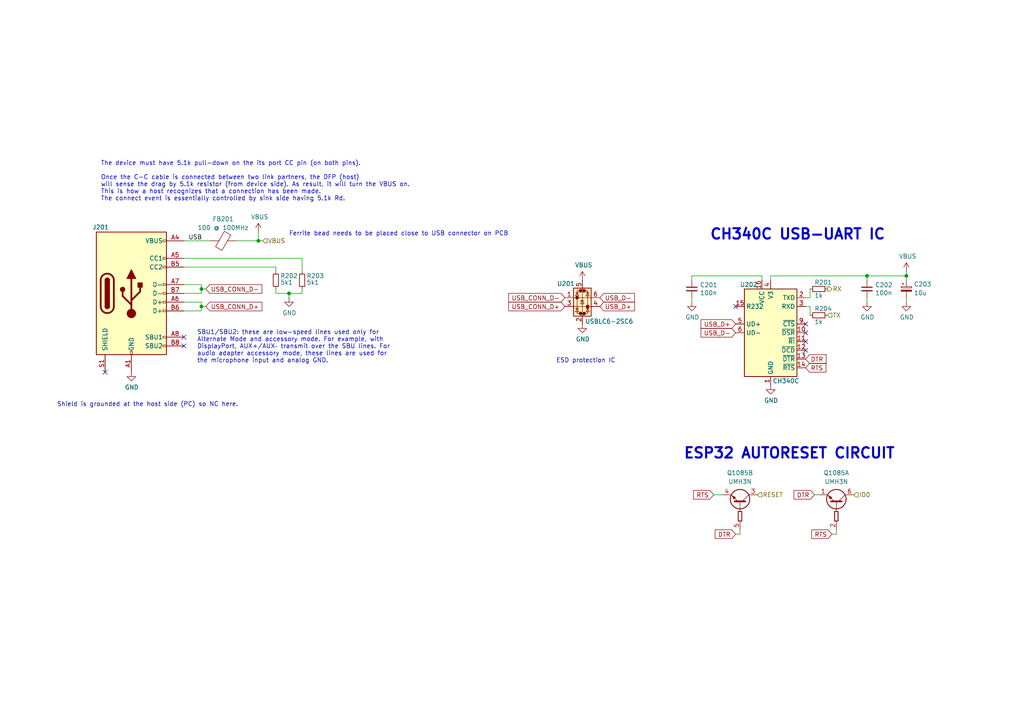
<source format=kicad_sch>
(kicad_sch (version 20231120) (generator "eeschema") (generator_version "8.0")
  (paper "A4")
  (title_block (title "BoardGame") (date "2022-09-21") (rev "1"))
  (lib_symbols
    (symbol "Connector:USB_C_Receptacle_USB2.0_16P" (pin_names (offset 1.016))
      (property "Reference" "J" (at 0 22.225 0))
      (property "Value" "USB_C_Receptacle_USB2.0_16P" (at 0 19.685 0))
      (symbol "USB_C_Receptacle_USB2.0_16P_0_0"
        (rectangle (start -0.254 -17.78) (end 0.254 -16.764))
        (rectangle (start 10.16 -14.986) (end 9.144 -15.494))
        (rectangle (start 10.16 -12.446) (end 9.144 -12.954))
        (rectangle (start 10.16 -4.826) (end 9.144 -5.334))
        (rectangle (start 10.16 -2.286) (end 9.144 -2.794))
        (rectangle (start 10.16 0.254) (end 9.144 -0.254))
        (rectangle (start 10.16 2.794) (end 9.144 2.286))
        (rectangle (start 10.16 7.874) (end 9.144 7.366))
        (rectangle (start 10.16 10.414) (end 9.144 9.906))
        (rectangle (start 10.16 15.494) (end 9.144 14.986))
      )
      (symbol "USB_C_Receptacle_USB2.0_16P_0_1"
        (rectangle (start -10.16 17.78) (end 10.16 -17.78) (stroke (width 0.254)) (fill (type background)))
        (arc (start -8.89 -3.81) (mid -6.985 -5.7067) (end -5.08 -3.81) (stroke (width 0.508)))
        (arc (start -7.62 -3.81) (mid -6.985 -4.4423) (end -6.35 -3.81) (stroke (width 0.254)))
        (arc (start -7.62 -3.81) (mid -6.985 -4.4423) (end -6.35 -3.81) (stroke (width 0.254)) (fill (type outline)))
        (rectangle (start -7.62 -3.81) (end -6.35 3.81) (stroke (width 0.254)) (fill (type outline)))
        (arc (start -6.35 3.81) (mid -6.985 4.4423) (end -7.62 3.81) (stroke (width 0.254)))
        (arc (start -6.35 3.81) (mid -6.985 4.4423) (end -7.62 3.81) (stroke (width 0.254)) (fill (type outline)))
        (arc (start -5.08 3.81) (mid -6.985 5.7067) (end -8.89 3.81) (stroke (width 0.508)))
        (circle (center -2.54 1.143) (radius 0.635) (stroke (width 0.254)) (fill (type outline)))
        (circle (center 0 -5.842) (radius 1.27) (fill (type outline)))
        (polyline (pts (xy -8.89 -3.81) (xy -8.89 3.81)) (stroke (width 0.508)))
        (polyline (pts (xy -5.08 3.81) (xy -5.08 -3.81)) (stroke (width 0.508)))
        (polyline (pts (xy 0 -5.842) (xy 0 4.318)) (stroke (width 0.508)))
        (polyline (pts (xy 0 -3.302) (xy -2.54 -0.762) (xy -2.54 0.508)) (stroke (width 0.508)))
        (polyline (pts (xy 0 -2.032) (xy 2.54 0.508) (xy 2.54 1.778)) (stroke (width 0.508)))
        (polyline (pts (xy -1.27 4.318) (xy 0 6.858) (xy 1.27 4.318) (xy -1.27 4.318)) (stroke (width 0.254)) (fill (type outline)))
        (rectangle (start 1.905 1.778) (end 3.175 3.048) (stroke (width 0.254)) (fill (type outline)))
      )
      (symbol "USB_C_Receptacle_USB2.0_16P_1_1"
        (pin passive line (at 0 -22.86 90) (length 5.08) (name "GND") (number "A1"))
        (pin passive line (at 0 -22.86 90) (length 5.08) hide (name "GND") (number "A12"))
        (pin passive line (at 15.24 15.24 180) (length 5.08) (name "VBUS") (number "A4"))
        (pin bidirectional line (at 15.24 10.16 180) (length 5.08) (name "CC1") (number "A5"))
        (pin bidirectional line (at 15.24 -2.54 180) (length 5.08) (name "D+") (number "A6"))
        (pin bidirectional line (at 15.24 2.54 180) (length 5.08) (name "D-") (number "A7"))
        (pin bidirectional line (at 15.24 -12.7 180) (length 5.08) (name "SBU1") (number "A8"))
        (pin passive line (at 15.24 15.24 180) (length 5.08) hide (name "VBUS") (number "A9"))
        (pin passive line (at 0 -22.86 90) (length 5.08) hide (name "GND") (number "B1"))
        (pin passive line (at 0 -22.86 90) (length 5.08) hide (name "GND") (number "B12"))
        (pin passive line (at 15.24 15.24 180) (length 5.08) hide (name "VBUS") (number "B4"))
        (pin bidirectional line (at 15.24 7.62 180) (length 5.08) (name "CC2") (number "B5"))
        (pin bidirectional line (at 15.24 -5.08 180) (length 5.08) (name "D+") (number "B6"))
        (pin bidirectional line (at 15.24 0 180) (length 5.08) (name "D-") (number "B7"))
        (pin bidirectional line (at 15.24 -15.24 180) (length 5.08) (name "SBU2") (number "B8"))
        (pin passive line (at 15.24 15.24 180) (length 5.08) hide (name "VBUS") (number "B9"))
        (pin passive line (at -7.62 -22.86 90) (length 5.08) (name "SHIELD") (number "S1"))
      )
    )
    (symbol "Device:C_Polarized_Small" (pin_numbers hide) (pin_names (offset 0.254) hide)
      (property "Reference" "C" (at 0.254 1.778 0))
      (property "Value" "C_Polarized_Small" (at 0.254 -2.032 0))
      (symbol "C_Polarized_Small_0_1"
        (rectangle (start -1.524 -0.3048) (end 1.524 -0.6858) (fill (type outline)))
        (rectangle (start -1.524 0.6858) (end 1.524 0.3048))
        (polyline (pts (xy -1.27 1.524) (xy -0.762 1.524)))
        (polyline (pts (xy -1.016 1.27) (xy -1.016 1.778)))
      )
      (symbol "C_Polarized_Small_1_1"
        (pin passive line (at 0 2.54 270) (length 1.8542) (name "~") (number "1"))
        (pin passive line (at 0 -2.54 90) (length 1.8542) (name "~") (number "2"))
      )
    )
    (symbol "Device:C_Small" (pin_numbers hide) (pin_names (offset 0.254) hide)
      (property "Reference" "C" (at 0.254 1.778 0))
      (property "Value" "C_Small" (at 0.254 -2.032 0))
      (symbol "C_Small_0_1"
        (polyline (pts (xy -1.524 -0.508) (xy 1.524 -0.508)) (stroke (width 0.3302)))
        (polyline (pts (xy -1.524 0.508) (xy 1.524 0.508)) (stroke (width 0.3048)))
      )
      (symbol "C_Small_1_1"
        (pin passive line (at 0 2.54 270) (length 2.032) (name "~") (number "1"))
        (pin passive line (at 0 -2.54 90) (length 2.032) (name "~") (number "2"))
      )
    )
    (symbol "Device:FerriteBead" (pin_numbers hide) (pin_names (offset 0))
      (property "Reference" "FB" (at -3.81 0.635 90))
      (property "Value" "FerriteBead" (at 3.81 0 90))
      (symbol "FerriteBead_0_1"
        (polyline (pts (xy 0 -1.27) (xy 0 -1.2192)))
        (polyline (pts (xy 0 1.27) (xy 0 1.2954)))
        (polyline (pts (xy -2.7686 0.4064) (xy -1.7018 2.2606) (xy 2.7686 -0.3048) (xy 1.6764 -2.159) (xy -2.7686 0.4064)))
      )
      (symbol "FerriteBead_1_1"
        (pin passive line (at 0 3.81 270) (length 2.54) (name "~") (number "1"))
        (pin passive line (at 0 -3.81 90) (length 2.54) (name "~") (number "2"))
      )
    )
    (symbol "Device:R_Small" (pin_numbers hide) (pin_names (offset 0.254) hide)
      (property "Reference" "R" (at 0.762 0.508 0))
      (property "Value" "R_Small" (at 0.762 -1.016 0))
      (symbol "R_Small_0_1"
        (rectangle (start -0.762 1.778) (end 0.762 -1.778) (stroke (width 0.2032)))
      )
      (symbol "R_Small_1_1"
        (pin passive line (at 0 2.54 270) (length 0.762) (name "~") (number "1"))
        (pin passive line (at 0 -2.54 90) (length 0.762) (name "~") (number "2"))
      )
    )
    (symbol "Interface_USB:CH340C"
      (property "Reference" "U" (at -5.08 13.97 0))
      (property "Value" "CH340C" (at 1.27 13.97 0))
      (symbol "CH340C_0_1"
        (rectangle (start -7.62 12.7) (end 7.62 -12.7) (stroke (width 0.254)) (fill (type background)))
      )
      (symbol "CH340C_1_1"
        (pin power_in line (at 0 -15.24 90) (length 2.54) (name "GND") (number "1"))
        (pin input line (at 10.16 0 180) (length 2.54) (name "~{DSR}") (number "10"))
        (pin input line (at 10.16 -2.54 180) (length 2.54) (name "~{RI}") (number "11"))
        (pin input line (at 10.16 -5.08 180) (length 2.54) (name "~{DCD}") (number "12"))
        (pin output line (at 10.16 -7.62 180) (length 2.54) (name "~{DTR}") (number "13"))
        (pin output line (at 10.16 -10.16 180) (length 2.54) (name "~{RTS}") (number "14"))
        (pin input line (at -10.16 7.62 0) (length 2.54) (name "R232") (number "15"))
        (pin power_in line (at -2.54 15.24 270) (length 2.54) (name "VCC") (number "16"))
        (pin output line (at 10.16 10.16 180) (length 2.54) (name "TXD") (number "2"))
        (pin input line (at 10.16 7.62 180) (length 2.54) (name "RXD") (number "3"))
        (pin power_out line (at 0 15.24 270) (length 2.54) (name "V3") (number "4"))
        (pin bidirectional line (at -10.16 2.54 0) (length 2.54) (name "UD+") (number "5"))
        (pin bidirectional line (at -10.16 0 0) (length 2.54) (name "UD-") (number "6"))
        (pin no_connect line (at -7.62 -5.08 0) (length 2.54) hide (name "NC") (number "7"))
        (pin no_connect line (at -7.62 -7.62 0) (length 2.54) hide (name "NC") (number "8"))
        (pin input line (at 10.16 2.54 180) (length 2.54) (name "~{CTS}") (number "9"))
      )
    )
    (symbol "Power_Protection:USBLC6-2SC6" (pin_names hide)
      (property "Reference" "U" (at 0.635 5.715 0))
      (property "Value" "USBLC6-2SC6" (at 0.635 3.81 0))
      (symbol "USBLC6-2SC6_0_0"
        (circle (center -1.524 0) (radius 0.0001) (stroke (width 0.508)))
        (circle (center -0.508 -4.572) (radius 0.0001) (stroke (width 0.508)))
        (circle (center -0.508 2.032) (radius 0.0001) (stroke (width 0.508)))
        (circle (center 0.508 -4.572) (radius 0.0001) (stroke (width 0.508)))
        (circle (center 0.508 2.032) (radius 0.0001) (stroke (width 0.508)))
        (circle (center 1.524 -2.54) (radius 0.0001) (stroke (width 0.508)))
      )
      (symbol "USBLC6-2SC6_0_1"
        (polyline (pts (xy -2.54 -2.54) (xy 2.54 -2.54)))
        (polyline (pts (xy -2.54 0) (xy 2.54 0)))
        (polyline (pts (xy -2.032 -3.048) (xy -1.016 -3.048)))
        (polyline (pts (xy -1.016 1.524) (xy -2.032 1.524)))
        (polyline (pts (xy 1.016 -3.048) (xy 2.032 -3.048)))
        (polyline (pts (xy 1.016 1.524) (xy 2.032 1.524)))
        (polyline (pts (xy -0.508 -1.143) (xy -0.508 -0.762) (xy 0.508 -0.762)))
        (polyline (pts (xy -2.032 0.508) (xy -1.016 0.508) (xy -1.524 1.524) (xy -2.032 0.508)))
        (polyline (pts (xy -1.016 -4.064) (xy -2.032 -4.064) (xy -1.524 -3.048) (xy -1.016 -4.064)))
        (polyline (pts (xy 0.508 -1.778) (xy -0.508 -1.778) (xy 0 -0.762) (xy 0.508 -1.778)))
        (polyline (pts (xy 2.032 -4.064) (xy 1.016 -4.064) (xy 1.524 -3.048) (xy 2.032 -4.064)))
        (polyline (pts (xy 2.032 0.508) (xy 1.016 0.508) (xy 1.524 1.524) (xy 2.032 0.508)))
        (polyline (pts (xy 0 2.54) (xy -0.508 2.032) (xy 0.508 2.032) (xy 0 1.524) (xy 0 -4.064) (xy -0.508 -4.572) (xy 0.508 -4.572) (xy 0 -5.08)))
      )
      (symbol "USBLC6-2SC6_1_1"
        (rectangle (start -2.54 2.794) (end 2.54 -5.334) (stroke (width 0.254)) (fill (type background)))
        (polyline (pts (xy -0.508 2.032) (xy -1.524 2.032) (xy -1.524 -4.572) (xy -0.508 -4.572)))
        (polyline (pts (xy 0.508 -4.572) (xy 1.524 -4.572) (xy 1.524 2.032) (xy 0.508 2.032)))
        (pin passive line (at -5.08 0 0) (length 2.54) (name "I/O1") (number "1"))
        (pin passive line (at 0 -7.62 90) (length 2.54) (name "GND") (number "2"))
        (pin passive line (at -5.08 -2.54 0) (length 2.54) (name "I/O2") (number "3"))
        (pin passive line (at 5.08 -2.54 180) (length 2.54) (name "I/O2") (number "4"))
        (pin passive line (at 0 5.08 270) (length 2.54) (name "VBUS") (number "5"))
        (pin passive line (at 5.08 0 180) (length 2.54) (name "I/O1") (number "6"))
      )
    )
    (symbol "Transistor_BJT:UMH3N" (pin_names hide)
      (property "Reference" "Q" (at 7.62 1.27 0))
      (property "Value" "UMH3N" (at 7.62 -1.27 0))
      (symbol "UMH3N_0_1"
        (polyline (pts (xy 3.175 0) (xy 0.254 0)))
        (polyline (pts (xy 3.175 0.635) (xy 5.08 2.54)))
        (polyline (pts (xy 3.175 1.524) (xy 3.175 -1.524)) (stroke (width 0.508)))
        (polyline (pts (xy 3.175 -0.635) (xy 5.08 -2.54) (xy 5.08 -2.54)))
        (polyline (pts (xy 3.81 -1.778) (xy 4.318 -1.27) (xy 4.826 -2.286) (xy 3.81 -1.778) (xy 3.81 -1.778)) (fill (type outline)))
        (rectangle (start 0.254 0.508) (end -2.54 -0.508) (stroke (width 0.254)))
        (circle (center 3.81 0) (radius 2.8194) (stroke (width 0.254)))
      )
      (symbol "UMH3N_1_1"
        (pin passive line (at 5.08 -5.08 90) (length 2.54) (name "E1") (number "1"))
        (pin input line (at -5.08 0 0) (length 2.54) (name "B1") (number "2"))
        (pin passive line (at 5.08 5.08 270) (length 2.54) (name "C1") (number "6"))
      )
      (symbol "UMH3N_2_1"
        (pin passive line (at 5.08 5.08 270) (length 2.54) (name "C2") (number "3"))
        (pin passive line (at 5.08 -5.08 90) (length 2.54) (name "E2") (number "4"))
        (pin input line (at -5.08 0 0) (length 2.54) (name "B2") (number "5"))
      )
    )
    (symbol "power:GND" (power) (pin_numbers hide) (pin_names (offset 0) hide)
      (property "Value" "GND" (at 0 -3.81 0))
      (symbol "GND_0_1"
        (polyline (pts (xy 0 0) (xy 0 -1.27) (xy 1.27 -1.27) (xy 0 -2.54) (xy -1.27 -1.27) (xy 0 -1.27)))
      )
      (symbol "GND_1_1"
        (pin power_in line (at 0 0 270) (length 0) (name "~") (number "1"))
      )
    )
    (symbol "power:VBUS" (power) (pin_numbers hide) (pin_names (offset 0) hide)
      (property "Value" "VBUS" (at 0 3.556 0))
      (symbol "VBUS_0_1"
        (polyline (pts (xy -0.762 1.27) (xy 0 2.54)))
        (polyline (pts (xy 0 0) (xy 0 2.54)))
        (polyline (pts (xy 0 2.54) (xy 0.762 1.27)))
      )
      (symbol "VBUS_1_1"
        (pin power_in line (at 0 0 90) (length 0) (name "~") (number "1"))
      )
    )
  )
  (junction (at 58.42 83.82))
  (junction (at 262.89 80.01))
  (junction (at 74.93 69.85))
  (junction (at 251.46 80.01))
  (junction (at 83.82 85.09))
  (junction (at 58.42 88.9))
  (no_connect (at 30.48 107.95))
  (no_connect (at 53.34 100.33))
  (no_connect (at 233.68 101.6))
  (no_connect (at 233.68 96.52))
  (no_connect (at 233.68 99.06))
  (no_connect (at 53.34 97.79))
  (no_connect (at 233.68 93.98))
  (no_connect (at 213.36 88.9))
  (wire (pts (xy 251.46 87.63) (xy 251.46 86.36)))
  (wire (pts (xy 236.22 143.51) (xy 237.49 143.51)))
  (wire (pts (xy 251.46 80.01) (xy 262.89 80.01)))
  (wire (pts (xy 200.66 80.01) (xy 220.98 80.01)))
  (wire (pts (xy 214.63 154.94) (xy 214.63 153.67)))
  (wire (pts (xy 58.42 85.09) (xy 53.34 85.09)))
  (wire (pts (xy 53.34 82.55) (xy 58.42 82.55)))
  (wire (pts (xy 80.01 85.09) (xy 83.82 85.09)))
  (wire (pts (xy 213.36 154.94) (xy 214.63 154.94)))
  (wire (pts (xy 234.95 88.9) (xy 233.68 88.9)))
  (wire (pts (xy 58.42 87.63) (xy 58.42 88.9)))
  (wire (pts (xy 58.42 82.55) (xy 58.42 83.82)))
  (wire (pts (xy 83.82 85.09) (xy 87.63 85.09)))
  (wire (pts (xy 262.89 78.74) (xy 262.89 80.01)))
  (wire (pts (xy 241.3 154.94) (xy 242.57 154.94)))
  (wire (pts (xy 200.66 87.63) (xy 200.66 86.36)))
  (wire (pts (xy 233.68 86.36) (xy 234.95 86.36)))
  (wire (pts (xy 223.52 81.28) (xy 223.52 80.01)))
  (wire (pts (xy 262.89 86.36) (xy 262.89 87.63)))
  (wire (pts (xy 74.93 69.85) (xy 74.93 67.31)))
  (wire (pts (xy 53.34 87.63) (xy 58.42 87.63)))
  (wire (pts (xy 223.52 80.01) (xy 251.46 80.01)))
  (wire (pts (xy 200.66 81.28) (xy 200.66 80.01)))
  (wire (pts (xy 53.34 74.93) (xy 87.63 74.93)))
  (wire (pts (xy 58.42 88.9) (xy 58.42 90.17)))
  (wire (pts (xy 234.95 91.44) (xy 234.95 88.9)))
  (wire (pts (xy 87.63 85.09) (xy 87.63 83.82)))
  (wire (pts (xy 58.42 90.17) (xy 53.34 90.17)))
  (wire (pts (xy 80.01 83.82) (xy 80.01 85.09)))
  (wire (pts (xy 234.95 83.82) (xy 234.95 86.36)))
  (wire (pts (xy 262.89 80.01) (xy 262.89 81.28)))
  (wire (pts (xy 80.01 77.47) (xy 80.01 78.74)))
  (wire (pts (xy 242.57 154.94) (xy 242.57 153.67)))
  (wire (pts (xy 74.93 69.85) (xy 76.2 69.85)))
  (wire (pts (xy 53.34 69.85) (xy 60.96 69.85)))
  (wire (pts (xy 251.46 80.01) (xy 251.46 81.28)))
  (wire (pts (xy 87.63 74.93) (xy 87.63 78.74)))
  (wire (pts (xy 207.01 143.51) (xy 209.55 143.51)))
  (wire (pts (xy 58.42 83.82) (xy 59.69 83.82)))
  (wire (pts (xy 53.34 77.47) (xy 80.01 77.47)))
  (wire (pts (xy 58.42 88.9) (xy 59.69 88.9)))
  (wire (pts (xy 220.98 81.28) (xy 220.98 80.01)))
  (wire (pts (xy 58.42 83.82) (xy 58.42 85.09)))
  (wire (pts (xy 68.58 69.85) (xy 74.93 69.85)))
  (wire (pts (xy 83.82 85.09) (xy 83.82 86.36)))
  (text "Shield is grounded at the host side (PC) so NC here." (at 16.51 118.11 0) (effects (font (size 1.27 1.27)) (justify left bottom)))
  (text "CH340C USB-UART IC" (at 205.74 69.85 0) (effects (font (size 3 3) (thickness 0.6) (bold yes)) (justify left bottom)))
  (text "ESP32 AUTORESET CIRCUIT" (at 198.12 133.35 0) (effects (font (size 3 3) (thickness 0.6) (bold yes)) (justify left bottom)))
  (text "ESD protection IC" (at 161.29 105.41 0) (effects (font (size 1.27 1.27)) (justify left bottom)))
  (text "The device must have 5.1k pull-down on the its port CC pin (on both pins).\n\nOnce the C-C cable is connected between two link partners, the DFP (host)\nwill sense the drag by 5.1k resistor (from device side). As result, it will turn the VBUS on.\nThis is how a host recognizes that a connection has been made.\nThe connect event is essentially controlled by sink side having 5.1k Rd." (at 29.21 58.42 0) (effects (font (size 1.27 1.27)) (justify left bottom)))
  (text "SBU1/SBU2: these are low-speed lines used only for\nAlternate Mode and accessory mode. For example, with\nDisplayPort, AUX+/AUX– transmit over the SBU lines. For\naudio adapter accessory mode, these lines are used for\nthe microphone input and analog GND." (at 57.15 105.41 0) (effects (font (size 1.27 1.27)) (justify left bottom)))
  (text "Ferrite bead needs to be placed close to USB connector on PCB" (at 83.82 68.58 0) (effects (font (size 1.27 1.27)) (justify left bottom)))
  (label "USB" (at 54.61 69.85 0))
  (global_label "USB_CONN_D+" (shape input) (at 163.83 88.9 180) (property "Intersheetrefs" "${INTERSHEET_REFS}" (effects (hide yes))))
  (global_label "USB_D-" (shape input) (at 213.36 96.52 180) (property "Intersheetrefs" "${INTERSHEET_REFS}" (effects (hide yes))))
  (global_label "RTS" (shape input) (at 207.01 143.51 180) (property "Intersheetrefs" "${INTERSHEET_REFS}" (effects (hide yes))))
  (global_label "USB_CONN_D-" (shape input) (at 163.83 86.36 180) (property "Intersheetrefs" "${INTERSHEET_REFS}" (effects (hide yes))))
  (global_label "RTS" (shape input) (at 241.3 154.94 180) (property "Intersheetrefs" "${INTERSHEET_REFS}" (effects (hide yes))))
  (global_label "RTS" (shape input) (at 233.68 106.68 0) (property "Intersheetrefs" "${INTERSHEET_REFS}" (effects (hide yes))))
  (global_label "DTR" (shape input) (at 213.36 154.94 180) (property "Intersheetrefs" "${INTERSHEET_REFS}" (effects (hide yes))))
  (global_label "DTR" (shape input) (at 236.22 143.51 180) (property "Intersheetrefs" "${INTERSHEET_REFS}" (effects (hide yes))))
  (global_label "USB_CONN_D-" (shape input) (at 59.69 83.82 0) (property "Intersheetrefs" "${INTERSHEET_REFS}" (effects (hide yes))))
  (global_label "DTR" (shape input) (at 233.68 104.14 0) (property "Intersheetrefs" "${INTERSHEET_REFS}" (effects (hide yes))))
  (global_label "USB_CONN_D+" (shape input) (at 59.69 88.9 0) (property "Intersheetrefs" "${INTERSHEET_REFS}" (effects (hide yes))))
  (global_label "USB_D+" (shape input) (at 213.36 93.98 180) (property "Intersheetrefs" "${INTERSHEET_REFS}" (effects (hide yes))))
  (global_label "USB_D+" (shape input) (at 173.99 88.9 0) (property "Intersheetrefs" "${INTERSHEET_REFS}" (effects (hide yes))))
  (global_label "USB_D-" (shape input) (at 173.99 86.36 0) (property "Intersheetrefs" "${INTERSHEET_REFS}" (effects (hide yes))))
  (hierarchical_label "RX" (shape output) (at 240.03 83.82 0))
  (hierarchical_label "RESET" (shape input) (at 219.71 143.51 0))
  (hierarchical_label "VBUS" (shape input) (at 76.2 69.85 0))
  (hierarchical_label "TX" (shape input) (at 240.03 91.44 0))
  (hierarchical_label "IO0" (shape input) (at 247.65 143.51 0))
  (symbol (lib_id "Connector:USB_C_Receptacle_USB2.0_16P") (at 38.1 85.09 0) (unit 1)
    (property "Reference" "J201" (at 29.21 65.913 0))
    (property "Value" "USB_C_Receptacle_USB2.0" (effects (hide yes)))
    (property "Footprint" "Footprints:USB_C_Receptacle_HRO_TYPE-C-31-M-12" (effects (hide yes)))
    (property "Datasheet" "https://www.usb.org/sites/default/files/documents/usb_type-c.zip" (effects (hide yes)))
    (property "Description" "USB 2.0-only 16P Type-C Receptacle connector" (effects (hide yes)))
    (property "Basic/Extended" "-" (effects (hide yes)))
    (property "JLCPCB Part #" "-" (effects (hide yes)))
    (property "Ostalo" "32976750426" (effects (hide yes)))
    (property "U labosu?" "da" (effects (hide yes)))
  )
  (symbol (lib_id "power:VBUS") (at 262.89 78.74 0) (unit 1)
    (property "Reference" "#PWR0202" (effects (hide yes)))
    (property "Value" "VBUS" (at 263.271 74.3458 0))
    (property "Description" "Power symbol creates a global label with name \"VBUS\"" (effects (hide yes)))
  )
  (symbol (lib_id "power:GND") (at 262.89 87.63 0) (unit 1)
    (property "Reference" "#PWR0206" (effects (hide yes)))
    (property "Value" "GND" (at 263.017 92.0242 0))
    (property "Description" "Power symbol creates a global label with name \"GND\" , ground" (effects (hide yes)))
  )
  (symbol (lib_id "power:GND") (at 251.46 87.63 0) (unit 1)
    (property "Reference" "#PWR0205" (effects (hide yes)))
    (property "Value" "GND" (at 251.587 92.0242 0))
    (property "Description" "Power symbol creates a global label with name \"GND\" , ground" (effects (hide yes)))
  )
  (symbol (lib_id "Device:C_Small") (at 251.46 83.82 0) (unit 1)
    (property "Reference" "C202" (at 253.7968 82.6516 0) (effects (justify left)))
    (property "Value" "100n" (at 253.7968 84.963 0) (effects (justify left)))
    (property "Footprint" "Capacitor_SMD:C_0603_1608Metric" (effects (hide yes)))
    (property "Basic/Extended" "Basic" (effects (hide yes)))
    (property "JLCPCB Part #" "C113803" (effects (hide yes)))
    (property "U labosu?" "ne" (effects (hide yes)))
  )
  (symbol (lib_id "Device:R_Small") (at 237.49 91.44 270) (unit 1)
    (property "Reference" "R204" (at 236.22 89.535 90) (effects (justify left)))
    (property "Value" "1k" (at 236.22 93.345 90) (effects (justify left)))
    (property "Footprint" "Resistor_SMD:R_0603_1608Metric" (effects (hide yes)))
    (property "U labosu?" "da" (effects (hide yes)))
  )
  (symbol (lib_id "power:VBUS") (at 168.91 81.28 0) (unit 1)
    (property "Reference" "#PWR0203" (effects (hide yes)))
    (property "Value" "VBUS" (at 169.291 76.8858 0))
    (property "Description" "Power symbol creates a global label with name \"VBUS\"" (effects (hide yes)))
  )
  (symbol (lib_id "power:GND") (at 83.82 86.36 0) (unit 1)
    (property "Reference" "#PWR0207" (effects (hide yes)))
    (property "Value" "GND" (at 83.947 90.7542 0))
    (property "Description" "Power symbol creates a global label with name \"GND\" , ground" (effects (hide yes)))
  )
  (symbol (lib_id "Device:C_Small") (at 200.66 83.82 0) (unit 1)
    (property "Reference" "C201" (at 202.9968 82.6516 0) (effects (justify left)))
    (property "Value" "100n" (at 202.9968 84.963 0) (effects (justify left)))
    (property "Footprint" "Capacitor_SMD:C_0603_1608Metric" (effects (hide yes)))
    (property "U labosu?" "ne" (effects (hide yes)))
    (property "JLCPCB Part #" "C113803" (effects (hide yes)))
  )
  (symbol (lib_id "power:VBUS") (at 74.93 67.31 0) (unit 1)
    (property "Reference" "#PWR0201" (effects (hide yes)))
    (property "Value" "VBUS" (at 75.311 62.9158 0))
    (property "Description" "Power symbol creates a global label with name \"VBUS\"" (effects (hide yes)))
  )
  (symbol (lib_id "Device:R_Small") (at 80.01 81.28 0) (unit 1)
    (property "Reference" "R202" (at 81.28 80.01 0) (effects (justify left)))
    (property "Value" "5k1" (at 81.28 81.915 0) (effects (justify left)))
    (property "Footprint" "Resistor_SMD:R_0603_1608Metric" (effects (hide yes)))
    (property "JLCPCB Part #" "C3017721" (effects (hide yes)))
    (property "U labosu?" "ne" (effects (hide yes)))
  )
  (symbol (lib_id "Device:R_Small") (at 87.63 81.28 0) (unit 1)
    (property "Reference" "R203" (at 88.9 80.01 0) (effects (justify left)))
    (property "Value" "5k1" (at 88.9 81.915 0) (effects (justify left)))
    (property "Footprint" "Resistor_SMD:R_0603_1608Metric" (effects (hide yes)))
    (property "JLCPCB Part #" "C3017721" (effects (hide yes)))
    (property "U labosu?" "ne" (effects (hide yes)))
  )
  (symbol (lib_id "Interface_USB:CH340C") (at 223.52 96.52 0) (unit 1)
    (property "Reference" "U202" (at 217.17 82.55 0))
    (property "Value" "CH340C" (at 227.965 110.49 0))
    (property "Footprint" "Package_SO:SOIC-16_3.9x9.9mm_P1.27mm" (effects (hide yes)))
    (property "Datasheet" "https://datasheet.lcsc.com/szlcsc/Jiangsu-Qin-Heng-CH340C_C84681.pdf" (effects (hide yes)))
    (property "Description" "USB serial converter, crystal-less, UART, SOIC-16" (effects (hide yes)))
    (property "U labosu?" "da" (effects (hide yes)))
  )
  (symbol (lib_id "power:GND") (at 38.1 107.95 0) (unit 1)
    (property "Reference" "#PWR0209" (effects (hide yes)))
    (property "Value" "GND" (at 38.227 112.3442 0))
    (property "Description" "Power symbol creates a global label with name \"GND\" , ground" (effects (hide yes)))
  )
  (symbol (lib_id "Device:C_Polarized_Small") (at 262.89 83.82 0) (unit 1)
    (property "Reference" "C203" (at 265.049 82.4392 0) (effects (justify left)))
    (property "Value" "10u" (at 265.049 84.9761 0) (effects (justify left)))
    (property "Footprint" "Capacitor_Tantalum_SMD:CP_EIA-3528-21_Kemet-B" (effects (hide yes)))
    (property "JLCPCB Part #" "C2798040" (effects (hide yes)))
    (property "U labosu?" "ne" (effects (hide yes)))
  )
  (symbol (lib_id "Device:R_Small") (at 237.49 83.82 270) (unit 1)
    (property "Reference" "R201" (at 236.22 81.915 90) (effects (justify left)))
    (property "Value" "1k" (at 236.22 85.725 90) (effects (justify left)))
    (property "Footprint" "Resistor_SMD:R_0603_1608Metric" (effects (hide yes)))
    (property "U labosu?" "da" (effects (hide yes)))
  )
  (symbol (lib_id "Transistor_BJT:UMH3N") (at 214.63 148.59 270) (mirror x) (unit 2)
    (property "Reference" "Q1085" (at 214.63 137.16 90))
    (property "Value" "UMH3N" (at 214.63 139.7 90))
    (property "Footprint" "Package_TO_SOT_SMD:SOT-363_SC-70-6" (effects (hide yes)))
    (property "Datasheet" "http://rohmfs.rohm.com/en/products/databook/datasheet/discrete/transistor/digital/emh3t2r-e.pdf" (effects (hide yes)))
    (property "Description" "0.1A Ic, 50V Vce, Dual NPN Input Resistor Transistors, SOT-363" (effects (hide yes)))
  )
  (symbol (lib_id "Device:FerriteBead") (at 64.77 69.85 90) (unit 1)
    (property "Reference" "FB201" (at 64.7192 63.5086 90))
    (property "Value" "100 @ 100MHz" (at 64.7192 66.0455 90))
    (property "Footprint" "Resistor_SMD:R_0603_1608Metric" (effects (hide yes)))
    (property "JLCPCB Part #" "C107332" (effects (hide yes)))
    (property "U labosu?" "ne" (effects (hide yes)))
  )
  (symbol (lib_id "power:GND") (at 223.52 111.76 0) (unit 1)
    (property "Reference" "#PWR0210" (effects (hide yes)))
    (property "Value" "GND" (at 223.647 116.1542 0))
    (property "Description" "Power symbol creates a global label with name \"GND\" , ground" (effects (hide yes)))
  )
  (symbol (lib_id "power:GND") (at 168.91 93.98 0) (unit 1)
    (property "Reference" "#PWR0208" (effects (hide yes)))
    (property "Value" "GND" (at 169.037 98.3742 0))
    (property "Description" "Power symbol creates a global label with name \"GND\" , ground" (effects (hide yes)))
  )
  (symbol (lib_id "Transistor_BJT:UMH3N") (at 242.57 148.59 270) (mirror x) (unit 1)
    (property "Reference" "Q1085" (at 242.57 137.16 90))
    (property "Value" "UMH3N" (at 242.57 139.7 90))
    (property "Footprint" "Package_TO_SOT_SMD:SOT-363_SC-70-6" (effects (hide yes)))
    (property "Datasheet" "http://rohmfs.rohm.com/en/products/databook/datasheet/discrete/transistor/digital/emh3t2r-e.pdf" (effects (hide yes)))
    (property "Description" "0.1A Ic, 50V Vce, Dual NPN Input Resistor Transistors, SOT-363" (effects (hide yes)))
  )
  (symbol (lib_id "Power_Protection:USBLC6-2SC6") (at 168.91 86.36 0) (unit 1)
    (property "Reference" "U201" (at 161.544 82.296 0) (effects (justify left)))
    (property "Value" "USBLC6-2SC6" (at 169.672 93.218 0) (effects (justify left)))
    (property "Footprint" "Package_TO_SOT_SMD:SOT-23-6" (effects (hide yes)))
    (property "Datasheet" "https://www.st.com/resource/en/datasheet/usblc6-2.pdf" (effects (hide yes)))
    (property "Description" "Very low capacitance ESD protection diode, 2 data-line, SOT-23-6" (effects (hide yes)))
    (property "JLCPCB Part #" "C3029034" (effects (hide yes)))
    (property "U labosu?" "ne" (effects (hide yes)))
  )
  (symbol (lib_id "power:GND") (at 200.66 87.63 0) (unit 1)
    (property "Reference" "#PWR0204" (effects (hide yes)))
    (property "Value" "GND" (at 200.787 92.0242 0))
    (property "Description" "Power symbol creates a global label with name \"GND\" , ground" (effects (hide yes)))
  )
)
</source>
